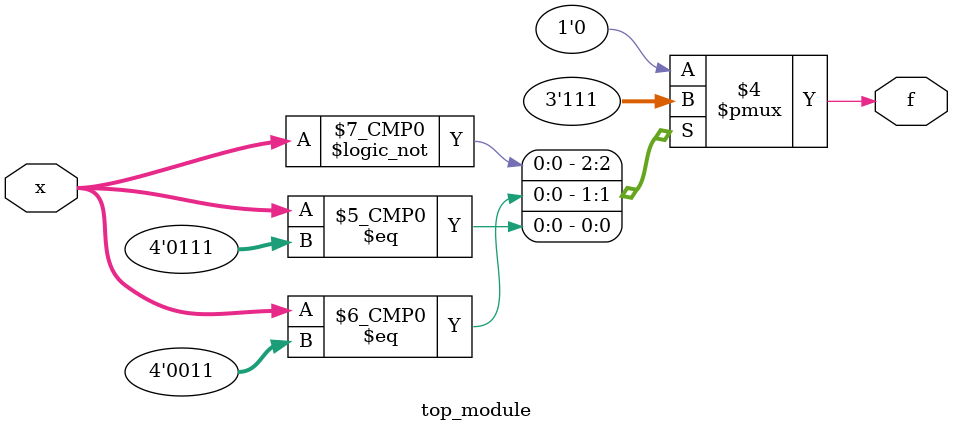
<source format=sv>
module top_module(
    input [4:1] x,
    output logic f
);

  always_comb begin
    case (x)
      4'b0000: f = 1;
      4'b0001: f = 0;
      4'b0011: f = 1;
      4'b0111: f = 1;
      4'b1110: f = 0;
      default: f = 0;
    endcase
  end
endmodule

</source>
